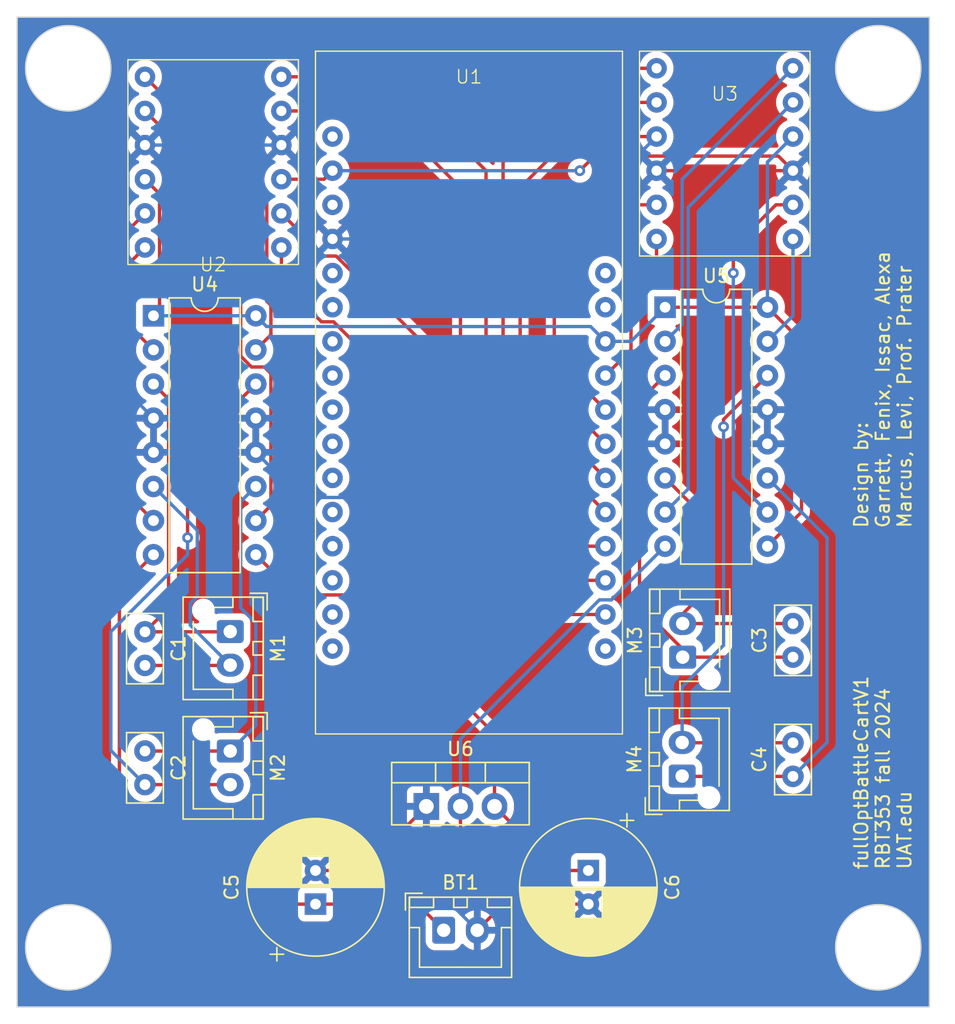
<source format=kicad_pcb>
(kicad_pcb (version 20221018) (generator pcbnew)
  (layers (0 "F.Cu" signal) (31 "B.Cu" signal) (34 "B.Paste" user) (35 "F.Paste" user) (36 "B.SilkS" user "B.Silkscreen") (37 "F.SilkS" user "F.Silkscreen") (38 "B.Mask" user) (39 "F.Mask" user) (44 "Edge.Cuts" user))
  (net 0 "")
  (net 1 "Net-(BT1-+)")
  (net 2 "Net-(BT1--)")
  (net 3 "Net-(M1-+)")
  (net 4 "Net-(M1--)")
  (net 5 "Net-(M2-+)")
  (net 6 "Net-(M2--)")
  (net 7 "Net-(M3-+)")
  (net 8 "Net-(M3--)")
  (net 9 "Net-(M4-+)")
  (net 10 "Net-(M4--)")
  (net 11 "Net-(U1-USB)")
  (net 13 "Net-(U1-3V3)")
  (net 28 "Net-(U1-SCL)")
  (net 29 "Net-(U1-D2)")
  (net 30 "Net-(U1-D3)")
  (net 31 "Net-(U1-D4)")
  (net 32 "Net-(U1-D5)")
  (net 33 "Net-(U1-D6)")
  (net 34 "Net-(U1-D7)")
  (net 35 "Net-(U1-D8)")
  (net 38 "Net-(U2-HV4)")
  (net 39 "Net-(U2-HV3)")
  (net 40 "Net-(U2-HV2)")
  (net 41 "Net-(U2-HV1)")
  (net 42 "Net-(U3-HV4)")
  (net 43 "Net-(U3-HV3)")
  (net 44 "Net-(U3-HV2)")
  (net 45 "Net-(U3-HV1)")
  (footprint "Capacitor_THT:C_Disc_D5.0mm_W2.5mm_P2.50mm" (layer "F.Cu") (at 50.165 78.125 -90)
    (fp_text reference "C1" (at 1.25 -2.5 90) (layer "F.SilkS"))
    (fp_text value "0.1 uF")
    (pad "1" thru_hole circle (at 0 0 270) (size 1.6 1.6) (drill 0.8) (layers "*.Cu" "*.Mask") (net 3 "Net-(M1-+)"))
    (pad "2" thru_hole circle (at 2.5 0 270) (size 1.6 1.6) (drill 0.8) (layers "*.Cu" "*.Mask") (net 4 "Net-(M1--)"))
  )
  (footprint "Connector_JST:JST_XH_B2B-XH-AM_1x02_P2.50mm_Vertical" (layer "F.Cu") (at 56.515 78.105 -90)
    (fp_text reference "M1" (at 1.25 -3.55 90) (layer "F.SilkS"))
    (fp_text value "Motor_DC")
    (pad "" np_thru_hole circle (at -1.6 2 270) (size 1.2 1.2) (drill 1.2) (layers "*.Cu" "*.Mask"))
    (pad "1" thru_hole roundrect (at 0 0 270) (size 1.7 2) (drill 1) (layers "*.Cu" "*.Mask") (roundrect_rratio 0.1470588235) (net 3 "Net-(M1-+)"))
    (pad "2" thru_hole oval (at 2.5 0 270) (size 1.7 2) (drill 1) (layers "*.Cu" "*.Mask") (net 4 "Net-(M1--)"))
  )
  (footprint "Capacitor_THT:C_Disc_D5.0mm_W2.5mm_P2.50mm" (layer "F.Cu") (at 50.165 86.995 -90)
    (fp_text reference "C2" (at 1.25 -2.5 90) (layer "F.SilkS"))
    (fp_text value "0.1 uF")
    (pad "1" thru_hole circle (at 0 0 270) (size 1.6 1.6) (drill 0.8) (layers "*.Cu" "*.Mask") (net 5 "Net-(M2-+)"))
    (pad "2" thru_hole circle (at 2.5 0 270) (size 1.6 1.6) (drill 0.8) (layers "*.Cu" "*.Mask") (net 6 "Net-(M2--)"))
  )
  (footprint "Capacitor_THT:CP_Radial_D10.0mm_P2.50mm" (layer "F.Cu") (at 62.865 98.385 90)
    (fp_text reference "C5" (at 1.25 -6.25 90) (layer "F.SilkS"))
    (fp_text value "C_Polarized_US")
    (pad "1" thru_hole rect (at 0 0 90) (size 1.6 1.6) (drill 0.8) (layers "*.Cu" "*.Mask") (net 1 "Net-(BT1-+)"))
    (pad "2" thru_hole circle (at 2.5 0 90) (size 1.6 1.6) (drill 0.8) (layers "*.Cu" "*.Mask") (net 2 "Net-(BT1--)"))
  )
  (footprint "test:Argon" (layer "F.Cu") (at 74.295 60.325)
    (fp_text reference "U1" (at 0 -23.495 unlocked) (layer "F.SilkS") (effects (font (thickness 0.1))))
    (fp_text value "~")
    (pad "1" thru_hole circle (at -10.16 -19.05) (size 1.524 1.524) (drill 0.762) (layers "*.Cu" "*.Mask"))
    (pad "2" thru_hole circle (at -10.16 -16.51) (size 1.524 1.524) (drill 0.762) (layers "*.Cu" "*.Mask") (net 13 "Net-(U1-3V3)"))
    (pad "3" thru_hole circle (at -10.16 -13.97) (size 1.524 1.524) (drill 0.762) (layers "*.Cu" "*.Mask"))
    (pad "4" thru_hole circle (at -10.16 -11.43) (size 1.524 1.524) (drill 0.762) (layers "*.Cu" "*.Mask") (net 2 "Net-(BT1--)"))
    (pad "5" thru_hole circle (at -10.16 -8.89) (size 1.524 1.524) (drill 0.762) (layers "*.Cu" "*.Mask"))
    (pad "6" thru_hole circle (at -10.16 -6.35) (size 1.524 1.524) (drill 0.762) (layers "*.Cu" "*.Mask"))
    (pad "7" thru_hole circle (at -10.16 -3.81) (size 1.524 1.524) (drill 0.762) (layers "*.Cu" "*.Mask"))
    (pad "8" thru_hole circle (at -10.16 -1.27) (size 1.524 1.524) (drill 0.762) (layers "*.Cu" "*.Mask"))
    (pad "9" thru_hole circle (at -10.16 1.27) (size 1.524 1.524) (drill 0.762) (layers "*.Cu" "*.Mask"))
    (pad "10" thru_hole circle (at -10.16 3.81) (size 1.524 1.524) (drill 0.762) (layers "*.Cu" "*.Mask"))
    (pad "11" thru_hole circle (at -10.16 6.35) (size 1.524 1.524) (drill 0.762) (layers "*.Cu" "*.Mask"))
    (pad "12" thru_hole circle (at -10.16 8.89) (size 1.524 1.524) (drill 0.762) (layers "*.Cu" "*.Mask"))
    (pad "13" thru_hole circle (at -10.16 11.43) (size 1.524 1.524) (drill 0.762) (layers "*.Cu" "*.Mask"))
    (pad "14" thru_hole circle (at -10.16 13.97) (size 1.524 1.524) (drill 0.762) (layers "*.Cu" "*.Mask"))
    (pad "15" thru_hole circle (at -10.16 16.51) (size 1.524 1.524) (drill 0.762) (layers "*.Cu" "*.Mask"))
    (pad "16" thru_hole circle (at -10.16 19.05) (size 1.524 1.524) (drill 0.762) (layers "*.Cu" "*.Mask"))
    (pad "17" thru_hole circle (at 10.16 19.05) (size 1.524 1.524) (drill 0.762) (layers "*.Cu" "*.Mask"))
    (pad "18" thru_hole circle (at 10.16 16.51) (size 1.524 1.524) (drill 0.762) (layers "*.Cu" "*.Mask") (net 28 "Net-(U1-SCL)"))
    (pad "19" thru_hole circle (at 10.16 13.97) (size 1.524 1.524) (drill 0.762) (layers "*.Cu" "*.Mask") (net 29 "Net-(U1-D2)"))
    (pad "20" thru_hole circle (at 10.16 11.43) (size 1.524 1.524) (drill 0.762) (layers "*.Cu" "*.Mask") (net 30 "Net-(U1-D3)"))
    (pad "21" thru_hole circle (at 10.16 8.89) (size 1.524 1.524) (drill 0.762) (layers "*.Cu" "*.Mask") (net 31 "Net-(U1-D4)"))
    (pad "22" thru_hole circle (at 10.16 6.35) (size 1.524 1.524) (drill 0.762) (layers "*.Cu" "*.Mask") (net 32 "Net-(U1-D5)"))
    (pad "23" thru_hole circle (at 10.16 3.81) (size 1.524 1.524) (drill 0.762) (layers "*.Cu" "*.Mask") (net 33 "Net-(U1-D6)"))
    (pad "24" thru_hole circle (at 10.16 1.27) (size 1.524 1.524) (drill 0.762) (layers "*.Cu" "*.Mask") (net 34 "Net-(U1-D7)"))
    (pad "25" thru_hole circle (at 10.16 -1.27) (size 1.524 1.524) (drill 0.762) (layers "*.Cu" "*.Mask") (net 35 "Net-(U1-D8)"))
    (pad "26" thru_hole circle (at 10.16 -3.81) (size 1.524 1.524) (drill 0.762) (layers "*.Cu" "*.Mask") (net 11 "Net-(U1-USB)"))
    (pad "27" thru_hole circle (at 10.16 -6.35) (size 1.524 1.524) (drill 0.762) (layers "*.Cu" "*.Mask"))
    (pad "28" thru_hole circle (at 10.16 -8.89) (size 1.524 1.524) (drill 0.762) (layers "*.Cu" "*.Mask"))
  )
  (footprint "Connector_JST:JST_XH_B2B-XH-AM_1x02_P2.50mm_Vertical" (layer "F.Cu") (at 90.17 88.86 90)
    (fp_text reference "M4" (at 1.25 -3.55 90) (layer "F.SilkS"))
    (fp_text value "Motor_DC")
    (pad "" np_thru_hole circle (at -1.6 2 90) (size 1.2 1.2) (drill 1.2) (layers "*.Cu" "*.Mask"))
    (pad "1" thru_hole roundrect (at 0 0 90) (size 1.7 2) (drill 1) (layers "*.Cu" "*.Mask") (roundrect_rratio 0.1470588235) (net 9 "Net-(M4-+)"))
    (pad "2" thru_hole oval (at 2.5 0 90) (size 1.7 2) (drill 1) (layers "*.Cu" "*.Mask") (net 10 "Net-(M4--)"))
  )
  (footprint "Capacitor_THT:C_Disc_D5.0mm_W2.5mm_P2.50mm" (layer "F.Cu") (at 98.425 80.01 90)
    (fp_text reference "C3" (at 1.25 -2.5 90) (layer "F.SilkS"))
    (fp_text value "0.1 uF")
    (pad "1" thru_hole circle (at 0 0 90) (size 1.6 1.6) (drill 0.8) (layers "*.Cu" "*.Mask") (net 7 "Net-(M3-+)"))
    (pad "2" thru_hole circle (at 2.5 0 90) (size 1.6 1.6) (drill 0.8) (layers "*.Cu" "*.Mask") (net 8 "Net-(M3--)"))
  )
  (footprint "Capacitor_THT:C_Disc_D5.0mm_W2.5mm_P2.50mm" (layer "F.Cu") (at 98.425 88.88 90)
    (fp_text reference "C4" (at 1.25 -2.5 90) (layer "F.SilkS"))
    (fp_text value "0.1 uF")
    (pad "1" thru_hole circle (at 0 0 90) (size 1.6 1.6) (drill 0.8) (layers "*.Cu" "*.Mask") (net 9 "Net-(M4-+)"))
    (pad "2" thru_hole circle (at 2.5 0 90) (size 1.6 1.6) (drill 0.8) (layers "*.Cu" "*.Mask") (net 10 "Net-(M4--)"))
  )
  (footprint "Package_DIP:DIP-16_W7.62mm" (layer "F.Cu") (at 50.8 54.61)
    (fp_text reference "U4" (at 3.81 -2.33) (layer "F.SilkS"))
    (fp_text value "L293D")
    (pad "1" thru_hole rect (at 0 0) (size 1.6 1.6) (drill 0.8) (layers "*.Cu" "*.Mask") (net 11 "Net-(U1-USB)"))
    (pad "2" thru_hole oval (at 0 2.54) (size 1.6 1.6) (drill 0.8) (layers "*.Cu" "*.Mask") (net 41 "Net-(U2-HV1)"))
    (pad "3" thru_hole oval (at 0 5.08) (size 1.6 1.6) (drill 0.8) (layers "*.Cu" "*.Mask") (net 3 "Net-(M1-+)"))
    (pad "4" thru_hole oval (at 0 7.62) (size 1.6 1.6) (drill 0.8) (layers "*.Cu" "*.Mask") (net 2 "Net-(BT1--)"))
    (pad "5" thru_hole oval (at 0 10.16) (size 1.6 1.6) (drill 0.8) (layers "*.Cu" "*.Mask") (net 2 "Net-(BT1--)"))
    (pad "6" thru_hole oval (at 0 12.7) (size 1.6 1.6) (drill 0.8) (layers "*.Cu" "*.Mask") (net 4 "Net-(M1--)"))
    (pad "7" thru_hole oval (at 0 15.24) (size 1.6 1.6) (drill 0.8) (layers "*.Cu" "*.Mask") (net 40 "Net-(U2-HV2)"))
    (pad "8" thru_hole oval (at 0 17.78) (size 1.6 1.6) (drill 0.8) (layers "*.Cu" "*.Mask") (net 1 "Net-(BT1-+)"))
    (pad "9" thru_hole oval (at 7.62 17.78) (size 1.6 1.6) (drill 0.8) (layers "*.Cu" "*.Mask") (net 11 "Net-(U1-USB)"))
    (pad "10" thru_hole oval (at 7.62 15.24) (size 1.6 1.6) (drill 0.8) (layers "*.Cu" "*.Mask") (net 39 "Net-(U2-HV3)"))
    (pad "11" thru_hole oval (at 7.62 12.7) (size 1.6 1.6) (drill 0.8) (layers "*.Cu" "*.Mask") (net 5 "Net-(M2-+)"))
    (pad "12" thru_hole oval (at 7.62 10.16) (size 1.6 1.6) (drill 0.8) (layers "*.Cu" "*.Mask") (net 2 "Net-(BT1--)"))
    (pad "13" thru_hole oval (at 7.62 7.62) (size 1.6 1.6) (drill 0.8) (layers "*.Cu" "*.Mask") (net 2 "Net-(BT1--)"))
    (pad "14" thru_hole oval (at 7.62 5.08) (size 1.6 1.6) (drill 0.8) (layers "*.Cu" "*.Mask") (net 6 "Net-(M2--)"))
    (pad "15" thru_hole oval (at 7.62 2.54) (size 1.6 1.6) (drill 0.8) (layers "*.Cu" "*.Mask") (net 38 "Net-(U2-HV4)"))
    (pad "16" thru_hole oval (at 7.62 0) (size 1.6 1.6) (drill 0.8) (layers "*.Cu" "*.Mask") (net 11 "Net-(U1-USB)"))
  )
  (footprint "Package_TO_SOT_THT:TO-220-3_Vertical" (layer "F.Cu") (at 71.12 91.115)
    (fp_text reference "U6" (at 2.54 -4.27) (layer "F.SilkS"))
    (fp_text value "LM7905_TO220")
    (pad "1" thru_hole rect (at 0 0) (size 1.905 2) (drill 1.1) (layers "*.Cu" "*.Mask") (net 2 "Net-(BT1--)"))
    (pad "2" thru_hole oval (at 2.54 0) (size 1.905 2) (drill 1.1) (layers "*.Cu" "*.Mask") (net 1 "Net-(BT1-+)"))
    (pad "3" thru_hole oval (at 5.08 0) (size 1.905 2) (drill 1.1) (layers "*.Cu" "*.Mask") (net 11 "Net-(U1-USB)"))
  )
  (footprint "test:LLC" (layer "F.Cu") (at 93.345 42.545)
    (fp_text reference "U3" (at 0 -4.445 unlocked) (layer "F.SilkS") (effects (font (thickness 0.1))))
    (fp_text value "~")
    (pad "1" thru_hole circle (at -5.08 -6.35 90) (size 1.524 1.524) (drill 0.762) (layers "*.Cu" "*.Mask") (net 32 "Net-(U1-D5)"))
    (pad "2" thru_hole circle (at -5.08 -3.81 90) (size 1.524 1.524) (drill 0.762) (layers "*.Cu" "*.Mask") (net 33 "Net-(U1-D6)"))
    (pad "3" thru_hole circle (at -5.08 -1.27 90) (size 1.524 1.524) (drill 0.762) (layers "*.Cu" "*.Mask") (net 13 "Net-(U1-3V3)"))
    (pad "4" thru_hole circle (at -5.08 1.27 90) (size 1.524 1.524) (drill 0.762) (layers "*.Cu" "*.Mask") (net 2 "Net-(BT1--)"))
    (pad "5" thru_hole circle (at -5.08 3.81 90) (size 1.524 1.524) (drill 0.762) (layers "*.Cu" "*.Mask") (net 34 "Net-(U1-D7)"))
    (pad "6" thru_hole circle (at -5.08 6.35 90) (size 1.524 1.524) (drill 0.762) (layers "*.Cu" "*.Mask") (net 35 "Net-(U1-D8)"))
    (pad "7" thru_hole circle (at 5.08 6.35 90) (size 1.524 1.524) (drill 0.762) (layers "*.Cu" "*.Mask") (net 42 "Net-(U3-HV4)"))
    (pad "8" thru_hole circle (at 5.08 3.81 90) (size 1.524 1.524) (drill 0.762) (layers "*.Cu" "*.Mask") (net 43 "Net-(U3-HV3)"))
    (pad "9" thru_hole circle (at 5.08 1.27 90) (size 1.524 1.524) (drill 0.762) (layers "*.Cu" "*.Mask") (net 2 "Net-(BT1--)"))
    (pad "10" thru_hole circle (at 5.08 -1.27 90) (size 1.524 1.524) (drill 0.762) (layers "*.Cu" "*.Mask") (net 11 "Net-(U1-USB)"))
    (pad "11" thru_hole circle (at 5.08 -3.81 90) (size 1.524 1.524) (drill 0.762) (layers "*.Cu" "*.Mask") (net 44 "Net-(U3-HV2)"))
    (pad "12" thru_hole circle (at 5.08 -6.35 90) (size 1.524 1.524) (drill 0.762) (layers "*.Cu" "*.Mask") (net 45 "Net-(U3-HV1)"))
  )
  (footprint "test:LLC" (layer "F.Cu") (at 55.245 43.18 180)
    (fp_text reference "U2" (at 0 -7.62 unlocked) (layer "F.SilkS") (effects (font (thickness 0.1))))
    (fp_text value "~")
    (pad "1" thru_hole circle (at -5.08 -6.35 270) (size 1.524 1.524) (drill 0.762) (layers "*.Cu" "*.Mask") (net 28 "Net-(U1-SCL)"))
    (pad "2" thru_hole circle (at -5.08 -3.81 270) (size 1.524 1.524) (drill 0.762) (layers "*.Cu" "*.Mask") (net 29 "Net-(U1-D2)"))
    (pad "3" thru_hole circle (at -5.08 -1.27 270) (size 1.524 1.524) (drill 0.762) (layers "*.Cu" "*.Mask") (net 13 "Net-(U1-3V3)"))
    (pad "4" thru_hole circle (at -5.08 1.27 270) (size 1.524 1.524) (drill 0.762) (layers "*.Cu" "*.Mask") (net 2 "Net-(BT1--)"))
    (pad "5" thru_hole circle (at -5.08 3.81 270) (size 1.524 1.524) (drill 0.762) (layers "*.Cu" "*.Mask") (net 30 "Net-(U1-D3)"))
    (pad "6" thru_hole circle (at -5.08 6.35 270) (size 1.524 1.524) (drill 0.762) (layers "*.Cu" "*.Mask") (net 31 "Net-(U1-D4)"))
    (pad "7" thru_hole circle (at 5.08 6.35 270) (size 1.524 1.524) (drill 0.762) (layers "*.Cu" "*.Mask") (net 38 "Net-(U2-HV4)"))
    (pad "8" thru_hole circle (at 5.08 3.81 270) (size 1.524 1.524) (drill 0.762) (layers "*.Cu" "*.Mask") (net 39 "Net-(U2-HV3)"))
    (pad "9" thru_hole circle (at 5.08 1.27 270) (size 1.524 1.524) (drill 0.762) (layers "*.Cu" "*.Mask") (net 2 "Net-(BT1--)"))
    (pad "10" thru_hole circle (at 5.08 -1.27 270) (size 1.524 1.524) (drill 0.762) (layers "*.Cu" "*.Mask") (net 11 "Net-(U1-USB)"))
    (pad "11" thru_hole circle (at 5.08 -3.81 270) (size 1.524 1.524) (drill 0.762) (layers "*.Cu" "*.Mask") (net 40 "Net-(U2-HV2)"))
    (pad "12" thru_hole circle (at 5.08 -6.35 270) (size 1.524 1.524) (drill 0.762) (layers "*.Cu" "*.Mask") (net 41 "Net-(U2-HV1)"))
  )
  (footprint "Connector_JST:JST_XH_B2B-XH-AM_1x02_P2.50mm_Vertical" (layer "F.Cu") (at 90.21 80.01 90)
    (fp_text reference "M3" (at 1.25 -3.55 90) (layer "F.SilkS"))
    (fp_text value "Motor_DC")
    (pad "" np_thru_hole circle (at -1.6 2 90) (size 1.2 1.2) (drill 1.2) (layers "*.Cu" "*.Mask"))
    (pad "1" thru_hole roundrect (at 0 0 90) (size 1.7 2) (drill 1) (layers "*.Cu" "*.Mask") (roundrect_rratio 0.1470588235) (net 7 "Net-(M3-+)"))
    (pad "2" thru_hole oval (at 2.5 0 90) (size 1.7 2) (drill 1) (layers "*.Cu" "*.Mask") (net 8 "Net-(M3--)"))
  )
  (footprint "Capacitor_THT:CP_Radial_D10.0mm_P2.50mm" (layer "F.Cu") (at 83.185 95.885 -90)
    (fp_text reference "C6" (at 1.25 -6.25 90) (layer "F.SilkS"))
    (fp_text value "C_Polarized_US")
    (pad "1" thru_hole rect (at 0 0 270) (size 1.6 1.6) (drill 0.8) (layers "*.Cu" "*.Mask") (net 11 "Net-(U1-USB)"))
    (pad "2" thru_hole circle (at 2.5 0 270) (size 1.6 1.6) (drill 0.8) (layers "*.Cu" "*.Mask") (net 2 "Net-(BT1--)"))
  )
  (footprint "Connector_JST:JST_XH_B2B-XH-A_1x02_P2.50mm_Vertical" (layer "F.Cu") (at 72.41 100.33)
    (fp_text reference "BT1" (at 1.25 -3.55) (layer "F.SilkS"))
    (fp_text value "9 V")
    (pad "1" thru_hole roundrect (at 0 0) (size 1.7 2) (drill 1) (layers "*.Cu" "*.Mask") (roundrect_rratio 0.1470588235) (net 1 "Net-(BT1-+)"))
    (pad "2" thru_hole oval (at 2.5 0) (size 1.7 2) (drill 1) (layers "*.Cu" "*.Mask") (net 2 "Net-(BT1--)"))
  )
  (footprint "Connector_JST:JST_XH_B2B-XH-AM_1x02_P2.50mm_Vertical" (layer "F.Cu") (at 56.515 86.995 -90)
    (fp_text reference "M2" (at 1.25 -3.55 90) (layer "F.SilkS"))
    (fp_text value "Motor_DC")
    (pad "" np_thru_hole circle (at -1.6 2 270) (size 1.2 1.2) (drill 1.2) (layers "*.Cu" "*.Mask"))
    (pad "1" thru_hole roundrect (at 0 0 270) (size 1.7 2) (drill 1) (layers "*.Cu" "*.Mask") (roundrect_rratio 0.1470588235) (net 5 "Net-(M2-+)"))
    (pad "2" thru_hole oval (at 2.5 0 270) (size 1.7 2) (drill 1) (layers "*.Cu" "*.Mask") (net 6 "Net-(M2--)"))
  )
  (footprint "Package_DIP:DIP-16_W7.62mm" (layer "F.Cu") (at 88.9 53.975)
    (fp_text reference "U5" (at 3.81 -2.33) (layer "F.SilkS"))
    (fp_text value "L293D")
    (pad "1" thru_hole rect (at 0 0) (size 1.6 1.6) (drill 0.8) (layers "*.Cu" "*.Mask") (net 11 "Net-(U1-USB)"))
    (pad "2" thru_hole oval (at 0 2.54) (size 1.6 1.6) (drill 0.8) (layers "*.Cu" "*.Mask") (net 45 "Net-(U3-HV1)"))
    (pad "3" thru_hole oval (at 0 5.08) (size 1.6 1.6) (drill 0.8) (layers "*.Cu" "*.Mask") (net 7 "Net-(M3-+)"))
    (pad "4" thru_hole oval (at 0 7.62) (size 1.6 1.6) (drill 0.8) (layers "*.Cu" "*.Mask") (net 2 "Net-(BT1--)"))
    (pad "5" thru_hole oval (at 0 10.16) (size 1.6 1.6) (drill 0.8) (layers "*.Cu" "*.Mask") (net 2 "Net-(BT1--)"))
    (pad "6" thru_hole oval (at 0 12.7) (size 1.6 1.6) (drill 0.8) (layers "*.Cu" "*.Mask") (net 8 "Net-(M3--)"))
    (pad "7" thru_hole oval (at 0 15.24) (size 1.6 1.6) (drill 0.8) (layers "*.Cu" "*.Mask") (net 44 "Net-(U3-HV2)"))
    (pad "8" thru_hole oval (at 0 17.78) (size 1.6 1.6) (drill 0.8) (layers "*.Cu" "*.Mask") (net 1 "Net-(BT1-+)"))
    (pad "9" thru_hole oval (at 7.62 17.78) (size 1.6 1.6) (drill 0.8) (layers "*.Cu" "*.Mask") (net 11 "Net-(U1-USB)"))
    (pad "10" thru_hole oval (at 7.62 15.24) (size 1.6 1.6) (drill 0.8) (layers "*.Cu" "*.Mask") (net 43 "Net-(U3-HV3)"))
    (pad "11" thru_hole oval (at 7.62 12.7) (size 1.6 1.6) (drill 0.8) (layers "*.Cu" "*.Mask") (net 9 "Net-(M4-+)"))
    (pad "12" thru_hole oval (at 7.62 10.16) (size 1.6 1.6) (drill 0.8) (layers "*.Cu" "*.Mask") (net 2 "Net-(BT1--)"))
    (pad "13" thru_hole oval (at 7.62 7.62) (size 1.6 1.6) (drill 0.8) (layers "*.Cu" "*.Mask") (net 2 "Net-(BT1--)"))
    (pad "14" thru_hole oval (at 7.62 5.08) (size 1.6 1.6) (drill 0.8) (layers "*.Cu" "*.Mask") (net 10 "Net-(M4--)"))
    (pad "15" thru_hole oval (at 7.62 2.54) (size 1.6 1.6) (drill 0.8) (layers "*.Cu" "*.Mask") (net 42 "Net-(U3-HV4)"))
    (pad "16" thru_hole oval (at 7.62 0) (size 1.6 1.6) (drill 0.8) (layers "*.Cu" "*.Mask") (net 11 "Net-(U1-USB)"))
  )
  (gr_rect (start 40.64 32.385) (end 108.585 106.045) (stroke (width 0.1)) (fill none) (layer "Edge.Cuts"))
  (gr_circle (center 104.775 36.195) (end 107.315 38.1) (stroke (width 0.1)) (fill none) (layer "Edge.Cuts"))
  (gr_circle (center 44.45 101.6) (end 46.99 103.505) (stroke (width 0.1)) (fill none) (layer "Edge.Cuts"))
  (gr_circle (center 104.775 101.6) (end 107.315 103.505) (stroke (width 0.1)) (fill none) (layer "Edge.Cuts"))
  (gr_circle (center 44.45 36.195) (end 46.99 38.1) (stroke (width 0.1)) (fill none) (layer "Edge.Cuts"))
  (gr_text "fullOptBattleCartV1\nRBT353 fall 2024\nUAT.edu" (at 107.315 95.885 90) (layer "F.SilkS") (effects (font (size 1 1)) (justify left bottom)))
  (gr_text "Design by:\nGarrett, Fenix, Issac, Alexa\nMarcus, Levi, Prof. Prater\n" (at 107.315 70.485 90) (layer "F.SilkS") (effects (font (size 1 1)) (justify left bottom)))
  (segment (start 70.445 98.385) (end 70.465 98.385) (width 0.25) (layer "F.Cu") (net 1))
  (segment (start 50.8 72.39) (end 48.26 74.93) (width 0.25) (layer "F.Cu") (net 1))
  (segment (start 54.57 98.385) (end 62.865 98.385) (width 0.25) (layer "F.Cu") (net 1))
  (segment (start 73.66 91.115) (end 73.66 95.17) (width 0.25) (layer "F.Cu") (net 1))
  (segment (start 48.26 92.075) (end 54.57 98.385) (width 0.25) (layer "F.Cu") (net 1))
  (segment (start 73.66 95.17) (end 70.445 98.385) (width 0.25) (layer "F.Cu") (net 1))
  (segment (start 62.865 98.385) (end 70.445 98.385) (width 0.25) (layer "F.Cu") (net 1))
  (segment (start 70.465 98.385) (end 72.41 100.33) (width 0.25) (layer "F.Cu") (net 1))
  (segment (start 48.26 74.93) (end 48.26 92.075) (width 0.25) (layer "F.Cu") (net 1))
  (segment (start 84.004749 75.748) (end 73.66 86.092749) (width 0.25) (layer "B.Cu") (net 1))
  (segment (start 84.907 75.748) (end 84.004749 75.748) (width 0.25) (layer "B.Cu") (net 1))
  (segment (start 73.66 86.092749) (end 73.66 91.115) (width 0.25) (layer "B.Cu") (net 1))
  (segment (start 88.9 71.755) (end 84.907 75.748) (width 0.25) (layer "B.Cu") (net 1))
  (segment (start 50.8 62.23) (end 50.8 64.77) (width 0.25) (layer "F.Cu") (net 2))
  (segment (start 76.855 98.385) (end 74.91 100.33) (width 0.25) (layer "F.Cu") (net 2))
  (segment (start 62.865 95.885) (end 66.35 95.885) (width 0.25) (layer "F.Cu") (net 2))
  (segment (start 58.42 62.23) (end 58.42 64.77) (width 0.25) (layer "F.Cu") (net 2))
  (segment (start 96.52 64.135) (end 88.9 64.135) (width 0.25) (layer "F.Cu") (net 2))
  (segment (start 66.35 95.885) (end 71.12 91.115) (width 0.25) (layer "F.Cu") (net 2))
  (segment (start 88.9 64.135) (end 88.9 61.595) (width 0.25) (layer "F.Cu") (net 2))
  (segment (start 96.52 64.135) (end 96.52 61.595) (width 0.25) (layer "F.Cu") (net 2))
  (segment (start 97.788604 43.815) (end 98.106802 44.133198) (width 0.25) (layer "F.Cu") (net 2))
  (segment (start 83.185 98.385) (end 76.855 98.385) (width 0.25) (layer "F.Cu") (net 2))
  (segment (start 88.265 43.815) (end 97.788604 43.815) (width 0.25) (layer "F.Cu") (net 2))
  (segment (start 60.325 41.91) (end 62.23 43.815) (width 0.25) (layer "B.Cu") (net 2))
  (segment (start 48.895 43.18) (end 48.895 60.325) (width 0.25) (layer "B.Cu") (net 2))
  (segment (start 101.6 46.99) (end 98.425 43.815) (width 0.25) (layer "B.Cu") (net 2))
  (segment (start 61.778 68.128) (end 64.953 68.128) (width 0.25) (layer "B.Cu") (net 2))
  (segment (start 58.42 64.77) (end 61.778 68.128) (width 0.25) (layer "B.Cu") (net 2))
  (segment (start 62.23 43.815) (end 62.23 46.99) (width 0.25) (layer "B.Cu") (net 2))
  (segment (start 80.645 48.895) (end 88.265 41.275) (width 0.25) (layer "B.Cu") (net 2))
  (segment (start 62.23 46.99) (end 64.135 48.895) (width 0.25) (layer "B.Cu") (net 2))
  (segment (start 64.135 48.895) (end 80.645 48.895) (width 0.25) (layer "B.Cu") (net 2))
  (segment (start 71.12 91.115) (end 71.12 96.54) (width 0.25) (layer "B.Cu") (net 2))
  (segment (start 71.12 96.54) (end 74.91 100.33) (width 0.25) (layer "B.Cu") (net 2))
  (segment (start 50.8 64.77) (end 58.42 64.77) (width 0.25) (layer "B.Cu") (net 2))
  (segment (start 50.165 41.91) (end 60.325 41.91) (width 0.25) (layer "B.Cu") (net 2))
  (segment (start 101.6 58.42) (end 101.6 46.99) (width 0.25) (layer "B.Cu") (net 2))
  (segment (start 50.165 41.91) (end 48.895 43.18) (width 0.25) (layer "B.Cu") (net 2))
  (segment (start 96.52 61.595) (end 98.425 61.595) (width 0.25) (layer "B.Cu") (net 2))
  (segment (start 71.12 74.295) (end 71.12 91.115) (width 0.25) (layer "B.Cu") (net 2))
  (segment (start 48.895 60.325) (end 50.8 62.23) (width 0.25) (layer "B.Cu") (net 2))
  (segment (start 98.425 61.595) (end 101.6 58.42) (width 0.25) (layer "B.Cu") (net 2))
  (segment (start 64.953 68.128) (end 71.12 74.295) (width 0.25) (layer "B.Cu") (net 2))
  (segment (start 50.8 59.69) (end 51.925 60.815) (width 0.25) (layer "F.Cu") (net 3))
  (segment (start 56.495 78.125) (end 56.515 78.105) (width 0.25) (layer "F.Cu") (net 3))
  (segment (start 51.925 60.815) (end 51.925 76.365) (width 0.25) (layer "F.Cu") (net 3))
  (segment (start 50.165 78.125) (end 56.495 78.125) (width 0.25) (layer "F.Cu") (net 3))
  (segment (start 51.925 76.365) (end 50.165 78.125) (width 0.25) (layer "F.Cu") (net 3))
  (segment (start 50.165 80.625) (end 56.495 80.625) (width 0.25) (layer "F.Cu") (net 4))
  (segment (start 56.495 80.625) (end 56.515 80.605) (width 0.25) (layer "F.Cu") (net 4))
  (segment (start 53.54 77.63) (end 56.515 80.605) (width 0.25) (layer "B.Cu") (net 4))
  (segment (start 54.065 75.475) (end 53.54 76) (width 0.25) (layer "B.Cu") (net 4))
  (segment (start 50.8 67.31) (end 54.065 70.575) (width 0.25) (layer "B.Cu") (net 4))
  (segment (start 54.065 70.575) (end 54.065 75.475) (width 0.25) (layer "B.Cu") (net 4))
  (segment (start 53.54 76) (end 53.54 77.63) (width 0.25) (layer "B.Cu") (net 4))
  (segment (start 50.165 86.995) (end 56.515 86.995) (width 0.25) (layer "F.Cu") (net 5))
  (segment (start 58.42 77.47) (end 58.42 85.09) (width 0.25) (layer "B.Cu") (net 5))
  (segment (start 57.295 76.345) (end 58.42 77.47) (width 0.25) (layer "B.Cu") (net 5))
  (segment (start 58.42 67.31) (end 57.295 68.435) (width 0.25) (layer "B.Cu") (net 5))
  (segment (start 58.42 85.09) (end 56.515 86.995) (width 0.25) (layer "B.Cu") (net 5))
  (segment (start 57.295 68.435) (end 57.295 76.345) (width 0.25) (layer "B.Cu") (net 5))
  (segment (start 53.34 69.215) (end 53.34 71.12) (width 0.25) (layer "F.Cu") (net 6))
  (segment (start 53.34 64.77) (end 53.34 69.215) (width 0.25) (layer "F.Cu") (net 6))
  (segment (start 50.165 89.495) (end 56.515 89.495) (width 0.25) (layer "F.Cu") (net 6))
  (segment (start 58.42 59.69) (end 53.34 64.77) (width 0.25) (layer "F.Cu") (net 6))
  (via (at 53.34 71.12) (size 0.8) (drill 0.4) (layers "F.Cu" "B.Cu") (net 6))
  (segment (start 53.34 71.12) (end 53.34 72.39) (width 0.25) (layer "B.Cu") (net 6))
  (segment (start 53.34 72.39) (end 47.625 78.105) (width 0.25) (layer "B.Cu") (net 6))
  (segment (start 47.665 86.995) (end 50.165 89.495) (width 0.25) (layer "B.Cu") (net 6))
  (segment (start 47.625 78.105) (end 47.625 86.995) (width 0.25) (layer "B.Cu") (net 6))
  (segment (start 47.625 86.995) (end 47.665 86.995) (width 0.25) (layer "B.Cu") (net 6))
  (segment (start 86.995 60.96) (end 86.995 76.2) (width 0.25) (layer "F.Cu") (net 7))
  (segment (start 88.9 59.055) (end 86.995 60.96) (width 0.25) (layer "F.Cu") (net 7))
  (segment (start 90.21 79.415) (end 90.21 80.01) (width 0.25) (layer "F.Cu") (net 7))
  (segment (start 98.425 80.01) (end 90.21 80.01) (width 0.25) (layer "F.Cu") (net 7))
  (segment (start 86.995 76.2) (end 90.21 79.415) (width 0.25) (layer "F.Cu") (net 7))
  (segment (start 90.21 76.795) (end 90.21 77.51) (width 0.25) (layer "F.Cu") (net 8))
  (segment (start 88.9 66.675) (end 91.44 69.215) (width 0.25) (layer "F.Cu") (net 8))
  (segment (start 91.44 75.565) (end 90.21 76.795) (width 0.25) (layer "F.Cu") (net 8))
  (segment (start 98.425 77.51) (end 90.21 77.51) (width 0.25) (layer "F.Cu") (net 8))
  (segment (start 91.44 69.215) (end 91.44 75.565) (width 0.25) (layer "F.Cu") (net 8))
  (segment (start 98.425 88.88) (end 90.19 88.88) (width 0.25) (layer "F.Cu") (net 9))
  (segment (start 90.19 88.88) (end 90.17 88.86) (width 0.25) (layer "F.Cu") (net 9))
  (segment (start 96.52 66.675) (end 100.965 71.12) (width 0.25) (layer "B.Cu") (net 9))
  (segment (start 100.945 86.36) (end 98.425 88.88) (width 0.25) (layer "B.Cu") (net 9))
  (segment (start 100.965 86.36) (end 100.945 86.36) (width 0.25) (layer "B.Cu") (net 9))
  (segment (start 100.965 71.12) (end 100.965 86.36) (width 0.25) (layer "B.Cu") (net 9))
  (segment (start 98.425 86.38) (end 90.19 86.38) (width 0.25) (layer "F.Cu") (net 10))
  (segment (start 96.52 59.055) (end 93.2555 62.3195) (width 0.25) (layer "F.Cu") (net 10))
  (segment (start 93.2555 62.3195) (end 93.2555 62.865) (width 0.25) (layer "F.Cu") (net 10))
  (segment (start 90.19 86.38) (end 90.17 86.36) (width 0.25) (layer "F.Cu") (net 10))
  (via (at 93.2555 62.865) (size 0.8) (drill 0.4) (layers "F.Cu" "B.Cu") (net 10))
  (segment (start 90.17 82.213173) (end 90.17 86.36) (width 0.25) (layer "B.Cu") (net 10))
  (segment (start 93.2555 79.127673) (end 90.17 82.213173) (width 0.25) (layer "B.Cu") (net 10))
  (segment (start 93.2555 62.865) (end 93.2555 79.127673) (width 0.25) (layer "B.Cu") (net 10))
  (segment (start 50.165 44.45) (end 51.252 45.537) (width 0.25) (layer "F.Cu") (net 11))
  (segment (start 99.06 69.215) (end 99.06 56.515) (width 0.25) (layer "F.Cu") (net 11))
  (segment (start 58.42 72.39) (end 61.412 75.382) (width 0.25) (layer "F.Cu") (net 11))
  (segment (start 51.252 45.537) (end 51.252 54.158) (width 0.25) (layer "F.Cu") (net 11))
  (segment (start 76.2 85.725) (end 76.2 91.115) (width 0.25) (layer "F.Cu") (net 11))
  (segment (start 96.52 53.975) (end 88.9 53.975) (width 0.25) (layer "F.Cu") (net 11))
  (segment (start 80.97 95.885) (end 76.2 91.115) (width 0.25) (layer "F.Cu") (net 11))
  (segment (start 65.857 75.382) (end 76.2 85.725) (width 0.25) (layer "F.Cu") (net 11))
  (segment (start 83.185 95.885) (end 80.97 95.885) (width 0.25) (layer "F.Cu") (net 11))
  (segment (start 61.412 75.382) (end 65.857 75.382) (width 0.25) (layer "F.Cu") (net 11))
  (segment (start 99.06 56.515) (end 96.52 53.975) (width 0.25) (layer "F.Cu") (net 11))
  (segment (start 51.252 54.158) (end 50.8 54.61) (width 0.25) (layer "F.Cu") (net 11))
  (segment (start 96.52 71.755) (end 99.06 69.215) (width 0.25) (layer "F.Cu") (net 11))
  (segment (start 86.36 56.515) (end 88.9 53.975) (width 0.25) (layer "B.Cu") (net 11))
  (segment (start 50.8 54.61) (end 58.42 54.61) (width 0.25) (layer "B.Cu") (net 11))
  (segment (start 58.42 54.61) (end 59.219999 55.409999) (width 0.25) (layer "B.Cu") (net 11))
  (segment (start 98.425 41.275) (end 96.52 43.18) (width 0.25) (layer "B.Cu") (net 11))
  (segment (start 83.349999 55.409999) (end 84.455 56.515) (width 0.25) (layer "B.Cu") (net 11))
  (segment (start 84.455 56.515) (end 86.36 56.515) (width 0.25) (layer "B.Cu") (net 11))
  (segment (start 96.52 43.18) (end 96.52 53.975) (width 0.25) (layer "B.Cu") (net 11))
  (segment (start 59.219999 55.409999) (end 83.349999 55.409999) (width 0.25) (layer "B.Cu") (net 11))
  (segment (start 83.82 42.728) (end 85.09 42.728) (width 0.25) (layer "F.Cu") (net 13))
  (segment (start 97.338 42.728) (end 98.425 43.815) (width 0.25) (layer "F.Cu") (net 13))
  (segment (start 85.09 42.728) (end 97.338 42.728) (width 0.25) (layer "F.Cu") (net 13))
  (segment (start 60.325 44.45) (end 63.5 44.45) (width 0.25) (layer "F.Cu") (net 13))
  (segment (start 63.5 44.45) (end 64.135 43.815) (width 0.25) (layer "F.Cu") (net 13))
  (segment (start 86.543 41.275) (end 85.09 42.728) (width 0.25) (layer "F.Cu") (net 13))
  (segment (start 83.637 42.728) (end 83.82 42.728) (width 0.25) (layer "F.Cu") (net 13))
  (segment (start 82.55 43.815) (end 83.637 42.728) (width 0.25) (layer "F.Cu") (net 13))
  (segment (start 88.265 41.275) (end 86.543 41.275) (width 0.25) (layer "F.Cu") (net 13))
  (via (at 82.55 43.815) (size 0.8) (drill 0.4) (layers "F.Cu" "B.Cu") (net 13))
  (segment (start 64.135 43.815) (end 82.55 43.815) (width 0.25) (layer "B.Cu") (net 13))
  (segment (start 69.215 65.405) (end 69.215 60.057749) (width 0.25) (layer "F.Cu") (net 28))
  (segment (start 63.317 55.062) (end 60.325 52.07) (width 0.25) (layer "F.Cu") (net 28))
  (segment (start 69.215 60.057749) (end 64.219251 55.062) (width 0.25) (layer "F.Cu") (net 28))
  (segment (start 80.645 76.835) (end 69.215 65.405) (width 0.25) (layer "F.Cu") (net 28))
  (segment (start 64.219251 55.062) (end 63.317 55.062) (width 0.25) (layer "F.Cu") (net 28))
  (segment (start 84.455 76.835) (end 80.645 76.835) (width 0.25) (layer "F.Cu") (net 28))
  (segment (start 60.325 52.07) (end 60.325 49.53) (width 0.25) (layer "F.Cu") (net 28))
  (segment (start 81.28 74.295) (end 71.12 64.135) (width 0.25) (layer "F.Cu") (net 29))
  (segment (start 84.455 74.295) (end 81.28 74.295) (width 0.25) (layer "F.Cu") (net 29))
  (segment (start 71.12 56.882749) (end 64.402251 50.165) (width 0.25) (layer "F.Cu") (net 29))
  (segment (start 63.5 50.165) (end 60.325 46.99) (width 0.25) (layer "F.Cu") (net 29))
  (segment (start 71.12 64.135) (end 71.12 56.882749) (width 0.25) (layer "F.Cu") (net 29))
  (segment (start 64.402251 50.165) (end 63.5 50.165) (width 0.25) (layer "F.Cu") (net 29))
  (segment (start 67.945 39.37) (end 60.325 39.37) (width 0.25) (layer "F.Cu") (net 30))
  (segment (start 84.455 71.755) (end 83.185 71.755) (width 0.25) (layer "F.Cu") (net 30))
  (segment (start 83.185 71.755) (end 73.66 62.23) (width 0.25) (layer "F.Cu") (net 30))
  (segment (start 73.66 62.23) (end 73.66 45.085) (width 0.25) (layer "F.Cu") (net 30))
  (segment (start 73.66 45.085) (end 67.945 39.37) (width 0.25) (layer "F.Cu") (net 30))
  (segment (start 84.455 69.215) (end 75.565 60.325) (width 0.25) (layer "F.Cu") (net 31))
  (segment (start 75.565 43.815) (end 68.58 36.83) (width 0.25) (layer "F.Cu") (net 31))
  (segment (start 75.565 60.325) (end 75.565 43.815) (width 0.25) (layer "F.Cu") (net 31))
  (segment (start 68.58 36.83) (end 60.325 36.83) (width 0.25) (layer "F.Cu") (net 31))
  (segment (start 83.82 36.195) (end 76.835 43.18) (width 0.25) (layer "F.Cu") (net 32))
  (segment (start 76.835 43.18) (end 76.835 59.055) (width 0.25) (layer "F.Cu") (net 32))
  (segment (start 76.835 59.055) (end 84.455 66.675) (width 0.25) (layer "F.Cu") (net 32))
  (segment (start 88.265 36.195) (end 83.82 36.195) (width 0.25) (layer "F.Cu") (net 32))
  (segment (start 78.105 57.785) (end 84.455 64.135) (width 0.25) (layer "F.Cu") (net 33))
  (segment (start 78.105 45.085) (end 78.105 57.785) (width 0.25) (layer "F.Cu") (net 33))
  (segment (start 88.265 38.735) (end 84.455 38.735) (width 0.25) (layer "F.Cu") (net 33))
  (segment (start 84.455 38.735) (end 78.105 45.085) (width 0.25) (layer "F.Cu") (net 33))
  (segment (start 80.645 57.785) (end 84.455 61.595) (width 0.25) (layer "F.Cu") (net 34))
  (segment (start 88.265 46.355) (end 85.725 46.355) (width 0.25) (layer "F.Cu") (net 34))
  (segment (start 85.725 46.355) (end 80.645 51.435) (width 0.25) (layer "F.Cu") (net 34))
  (segment (start 80.645 51.435) (end 80.645 57.785) (width 0.25) (layer "F.Cu") (net 34))
  (segment (start 86.36 57.15) (end 84.455 59.055) (width 0.25) (layer "F.Cu") (net 35))
  (segment (start 88.265 51.435) (end 86.36 53.34) (width 0.25) (layer "F.Cu") (net 35))
  (segment (start 86.36 53.34) (end 86.36 57.15) (width 0.25) (layer "F.Cu") (net 35))
  (segment (start 88.265 48.895) (end 88.265 51.435) (width 0.25) (layer "F.Cu") (net 35))
  (segment (start 59.545 53.83) (end 59.545 56.025) (width 0.25) (layer "F.Cu") (net 38))
  (segment (start 59.238 45.903) (end 59.238 53.523) (width 0.25) (layer "F.Cu") (net 38))
  (segment (start 59.545 56.025) (end 58.42 57.15) (width 0.25) (layer "F.Cu") (net 38))
  (segment (start 59.238 53.523) (end 59.545 53.83) (width 0.25) (layer "F.Cu") (net 38))
  (segment (start 50.165 36.83) (end 59.238 45.903) (width 0.25) (layer "F.Cu") (net 38))
  (segment (start 59.545 58.91) (end 59.545 68.725) (width 0.25) (layer "F.Cu") (net 39))
  (segment (start 50.165 39.37) (end 57.295 46.5) (width 0.25) (layer "F.Cu") (net 39))
  (segment (start 59.545 68.725) (end 58.42 69.85) (width 0.25) (layer "F.Cu") (net 39))
  (segment (start 57.295 57.615991) (end 58.099009 58.42) (width 0.25) (layer "F.Cu") (net 39))
  (segment (start 58.099009 58.42) (end 59.055 58.42) (width 0.25) (layer "F.Cu") (net 39))
  (segment (start 57.295 46.5) (end 57.295 57.615991) (width 0.25) (layer "F.Cu") (net 39))
  (segment (start 59.055 58.42) (end 59.545 58.91) (width 0.25) (layer "F.Cu") (net 39))
  (segment (start 48.26 48.895) (end 48.26 67.31) (width 0.25) (layer "F.Cu") (net 40))
  (segment (start 50.165 46.99) (end 48.26 48.895) (width 0.25) (layer "F.Cu") (net 40))
  (segment (start 48.26 67.31) (end 50.8 69.85) (width 0.25) (layer "F.Cu") (net 40))
  (segment (start 50.165 49.53) (end 48.895 50.8) (width 0.25) (layer "F.Cu") (net 41))
  (segment (start 48.895 50.8) (end 48.895 55.245) (width 0.25) (layer "F.Cu") (net 41))
  (segment (start 48.895 55.245) (end 50.8 57.15) (width 0.25) (layer "F.Cu") (net 41))
  (segment (start 98.425 48.895) (end 98.425 54.61) (width 0.25) (layer "B.Cu") (net 42))
  (segment (start 98.425 54.61) (end 96.52 56.515) (width 0.25) (layer "B.Cu") (net 42))
  (segment (start 98.425 46.355) (end 97.155 46.355) (width 0.25) (layer "F.Cu") (net 43))
  (segment (start 97.155 46.355) (end 93.98 49.53) (width 0.25) (layer "F.Cu") (net 43))
  (segment (start 93.98 49.53) (end 93.98 51.435) (width 0.25) (layer "F.Cu") (net 43))
  (via (at 93.98 51.435) (size 0.8) (drill 0.4) (layers "F.Cu" "B.Cu") (net 43))
  (segment (start 93.98 66.675) (end 96.52 69.215) (width 0.25) (layer "B.Cu") (net 43))
  (segment (start 93.98 51.435) (end 93.98 66.675) (width 0.25) (layer "B.Cu") (net 43))
  (segment (start 90.62 67.495) (end 88.9 69.215) (width 0.25) (layer "B.Cu") (net 44))
  (segment (start 98.425 38.735) (end 90.62 46.54) (width 0.25) (layer "B.Cu") (net 44))
  (segment (start 90.62 46.54) (end 90.62 67.495) (width 0.25) (layer "B.Cu") (net 44))
  (segment (start 98.425 36.195) (end 90.17 44.45) (width 0.25) (layer "B.Cu") (net 45))
  (segment (start 90.17 55.245) (end 88.9 56.515) (width 0.25) (layer "B.Cu") (net 45))
  (segment (start 90.17 44.45) (end 90.17 55.245) (width 0.25) (layer "B.Cu") (net 45))
  (zone (net 2) (net_name "Net-(BT1--)") (layer "F.Cu") (priority 1) (connect_pads (clearance 0.5)) (min_thickness 0.25) (fill yes (thermal_gap 0.5) (thermal_bridge_width 0.5))
    (polygon (pts (xy 39.37 31.115) (xy 110.49 31.115) (xy 110.49 107.315) (xy 39.37 107.315)))
  )
  (zone (net 2) (net_name "Net-(BT1--)") (layer "B.Cu") (priority 2) (connect_pads (clearance 0.5)) (min_thickness 0.25) (fill yes (thermal_gap 0.5) (thermal_bridge_width 0.5))
    (polygon (pts (xy 39.37 31.115) (xy 109.22 31.115) (xy 109.22 107.315) (xy 39.37 107.315)))
  )
)
</source>
